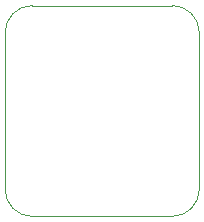
<source format=gbr>
G04 #@! TF.GenerationSoftware,KiCad,Pcbnew,(5.1.4)-1*
G04 #@! TF.CreationDate,2019-10-08T20:24:19-04:00*
G04 #@! TF.ProjectId,logic level shifter (bidirectional),6c6f6769-6320-46c6-9576-656c20736869,rev?*
G04 #@! TF.SameCoordinates,Original*
G04 #@! TF.FileFunction,Profile,NP*
%FSLAX46Y46*%
G04 Gerber Fmt 4.6, Leading zero omitted, Abs format (unit mm)*
G04 Created by KiCad (PCBNEW (5.1.4)-1) date 2019-10-08 20:24:19*
%MOMM*%
%LPD*%
G04 APERTURE LIST*
%ADD10C,0.050000*%
G04 APERTURE END LIST*
D10*
X105918000Y-71831200D02*
X105918000Y-85115400D01*
X120065800Y-87401400D02*
X108204000Y-87401400D01*
X122351800Y-85115400D02*
G75*
G02X120065800Y-87401400I-2286000J0D01*
G01*
X108204000Y-87401400D02*
G75*
G02X105918000Y-85115400I0J2286000D01*
G01*
X122351800Y-85115400D02*
X122351800Y-71831200D01*
X108204000Y-69545200D02*
X120065800Y-69545200D01*
X120065800Y-69545200D02*
G75*
G02X122351800Y-71831200I0J-2286000D01*
G01*
X105918000Y-71831200D02*
G75*
G02X108204000Y-69545200I2286000J0D01*
G01*
M02*

</source>
